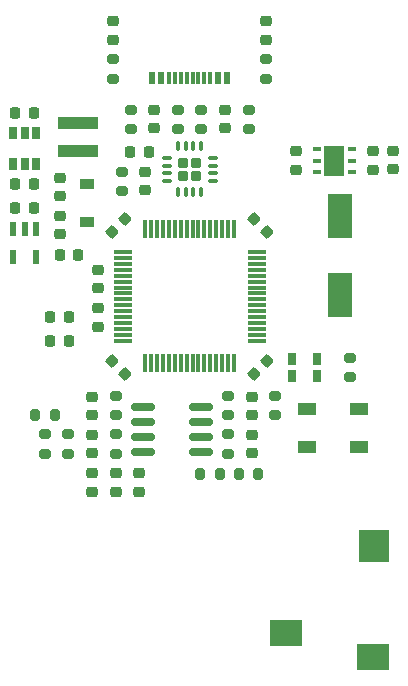
<source format=gtp>
G04 #@! TF.GenerationSoftware,KiCad,Pcbnew,(7.0.0-rc1-56-g82a1175d72)*
G04 #@! TF.CreationDate,2023-01-28T19:42:39+01:00*
G04 #@! TF.ProjectId,Signal Generator,5369676e-616c-4204-9765-6e657261746f,0*
G04 #@! TF.SameCoordinates,Original*
G04 #@! TF.FileFunction,Paste,Top*
G04 #@! TF.FilePolarity,Positive*
%FSLAX46Y46*%
G04 Gerber Fmt 4.6, Leading zero omitted, Abs format (unit mm)*
G04 Created by KiCad (PCBNEW (7.0.0-rc1-56-g82a1175d72)) date 2023-01-28 19:42:39*
%MOMM*%
%LPD*%
G01*
G04 APERTURE LIST*
G04 Aperture macros list*
%AMRoundRect*
0 Rectangle with rounded corners*
0 $1 Rounding radius*
0 $2 $3 $4 $5 $6 $7 $8 $9 X,Y pos of 4 corners*
0 Add a 4 corners polygon primitive as box body*
4,1,4,$2,$3,$4,$5,$6,$7,$8,$9,$2,$3,0*
0 Add four circle primitives for the rounded corners*
1,1,$1+$1,$2,$3*
1,1,$1+$1,$4,$5*
1,1,$1+$1,$6,$7*
1,1,$1+$1,$8,$9*
0 Add four rect primitives between the rounded corners*
20,1,$1+$1,$2,$3,$4,$5,0*
20,1,$1+$1,$4,$5,$6,$7,0*
20,1,$1+$1,$6,$7,$8,$9,0*
20,1,$1+$1,$8,$9,$2,$3,0*%
G04 Aperture macros list end*
%ADD10RoundRect,0.218750X-0.256250X0.218750X-0.256250X-0.218750X0.256250X-0.218750X0.256250X0.218750X0*%
%ADD11RoundRect,0.225000X-0.250000X0.225000X-0.250000X-0.225000X0.250000X-0.225000X0.250000X0.225000X0*%
%ADD12RoundRect,0.212500X0.212500X0.212500X-0.212500X0.212500X-0.212500X-0.212500X0.212500X-0.212500X0*%
%ADD13RoundRect,0.075000X0.350000X0.075000X-0.350000X0.075000X-0.350000X-0.075000X0.350000X-0.075000X0*%
%ADD14RoundRect,0.075000X0.075000X0.350000X-0.075000X0.350000X-0.075000X-0.350000X0.075000X-0.350000X0*%
%ADD15RoundRect,0.200000X-0.200000X-0.275000X0.200000X-0.275000X0.200000X0.275000X-0.200000X0.275000X0*%
%ADD16RoundRect,0.225000X-0.225000X-0.250000X0.225000X-0.250000X0.225000X0.250000X-0.225000X0.250000X0*%
%ADD17RoundRect,0.050000X0.250000X0.500000X-0.250000X0.500000X-0.250000X-0.500000X0.250000X-0.500000X0*%
%ADD18RoundRect,0.225000X0.250000X-0.225000X0.250000X0.225000X-0.250000X0.225000X-0.250000X-0.225000X0*%
%ADD19RoundRect,0.200000X-0.275000X0.200000X-0.275000X-0.200000X0.275000X-0.200000X0.275000X0.200000X0*%
%ADD20RoundRect,0.225000X0.225000X0.250000X-0.225000X0.250000X-0.225000X-0.250000X0.225000X-0.250000X0*%
%ADD21R,3.400000X0.980000*%
%ADD22R,0.600000X1.030000*%
%ADD23R,0.300000X1.030000*%
%ADD24RoundRect,0.200000X0.275000X-0.200000X0.275000X0.200000X-0.275000X0.200000X-0.275000X-0.200000X0*%
%ADD25R,2.050000X3.800000*%
%ADD26RoundRect,0.200000X0.200000X0.275000X-0.200000X0.275000X-0.200000X-0.275000X0.200000X-0.275000X0*%
%ADD27RoundRect,0.225000X0.017678X-0.335876X0.335876X-0.017678X-0.017678X0.335876X-0.335876X0.017678X0*%
%ADD28R,0.600000X1.200000*%
%ADD29R,1.220000X0.910000*%
%ADD30R,2.800000X2.200000*%
%ADD31R,2.600000X2.800000*%
%ADD32R,0.800000X0.400000*%
%ADD33R,1.750000X2.500000*%
%ADD34RoundRect,0.225000X-0.017678X0.335876X-0.335876X0.017678X0.017678X-0.335876X0.335876X-0.017678X0*%
%ADD35RoundRect,0.150000X0.825000X0.150000X-0.825000X0.150000X-0.825000X-0.150000X0.825000X-0.150000X0*%
%ADD36RoundRect,0.075000X-0.700000X-0.075000X0.700000X-0.075000X0.700000X0.075000X-0.700000X0.075000X0*%
%ADD37RoundRect,0.075000X-0.075000X-0.700000X0.075000X-0.700000X0.075000X0.700000X-0.075000X0.700000X0*%
%ADD38R,0.800000X1.000000*%
%ADD39R,1.600000X1.100000*%
%ADD40RoundRect,0.225000X0.335876X0.017678X0.017678X0.335876X-0.335876X-0.017678X-0.017678X-0.335876X0*%
G04 APERTURE END LIST*
D10*
X113500000Y-99712500D03*
X113500000Y-101287500D03*
D11*
X104000000Y-107225000D03*
X104000000Y-108775000D03*
D12*
X107525000Y-112775000D03*
X107525000Y-111725000D03*
X106475000Y-112775000D03*
X106475000Y-111725000D03*
D13*
X108950000Y-113225000D03*
X108950000Y-112575000D03*
X108950000Y-111925000D03*
X108950000Y-111275000D03*
D14*
X107975000Y-110300000D03*
X107325000Y-110300000D03*
X106675000Y-110300000D03*
X106025000Y-110300000D03*
D13*
X105050000Y-111275000D03*
X105050000Y-111925000D03*
X105050000Y-112575000D03*
X105050000Y-113225000D03*
D14*
X106025000Y-114200000D03*
X106675000Y-114200000D03*
X107325000Y-114200000D03*
X107975000Y-114200000D03*
D15*
X107925000Y-138000000D03*
X109575000Y-138000000D03*
D16*
X96000000Y-119475000D03*
X97550000Y-119475000D03*
D17*
X92075000Y-111775000D03*
X93025000Y-111775000D03*
X93975000Y-111775000D03*
X93975000Y-109175000D03*
X93025000Y-109175000D03*
X92075000Y-109175000D03*
D18*
X103250000Y-114025000D03*
X103250000Y-112475000D03*
D19*
X106000000Y-107175000D03*
X106000000Y-108825000D03*
D20*
X103525000Y-110750000D03*
X101975000Y-110750000D03*
D16*
X92250000Y-113500000D03*
X93800000Y-113500000D03*
D21*
X97524999Y-108289999D03*
X97524999Y-110659999D03*
D11*
X98750000Y-134725000D03*
X98750000Y-136275000D03*
D22*
X110199999Y-104514999D03*
X109399999Y-104514999D03*
D23*
X108249999Y-104514999D03*
X107249999Y-104514999D03*
X106749999Y-104514999D03*
X105749999Y-104514999D03*
D22*
X104599999Y-104514999D03*
X103799999Y-104514999D03*
X103799999Y-104514999D03*
X104599999Y-104514999D03*
D23*
X105249999Y-104514999D03*
X106249999Y-104514999D03*
X107749999Y-104514999D03*
X108749999Y-104514999D03*
D22*
X109399999Y-104514999D03*
X110199999Y-104514999D03*
D24*
X96750000Y-136325000D03*
X96750000Y-134675000D03*
D11*
X124250000Y-110700000D03*
X124250000Y-112250000D03*
D24*
X101250000Y-114075000D03*
X101250000Y-112425000D03*
D25*
X119749999Y-122849999D03*
X119749999Y-116149999D03*
D18*
X99250000Y-122300000D03*
X99250000Y-120750000D03*
D26*
X95575000Y-133000000D03*
X93925000Y-133000000D03*
D27*
X112451992Y-129548008D03*
X113548008Y-128451992D03*
D11*
X99250000Y-124000000D03*
X99250000Y-125550000D03*
D15*
X111175000Y-138000000D03*
X112825000Y-138000000D03*
D18*
X112250000Y-133025000D03*
X112250000Y-131475000D03*
D28*
X92074999Y-119624999D03*
X93974999Y-117324999D03*
X93024999Y-117324999D03*
X92074999Y-117324999D03*
X93974999Y-119624999D03*
D19*
X100750000Y-134675000D03*
X100750000Y-136325000D03*
D29*
X98274999Y-116734999D03*
X98274999Y-113464999D03*
D19*
X102000000Y-107175000D03*
X102000000Y-108825000D03*
X110250000Y-131425000D03*
X110250000Y-133075000D03*
X94750000Y-134675000D03*
X94750000Y-136325000D03*
D30*
X115137499Y-151499999D03*
X122537499Y-153499999D03*
D31*
X122637499Y-144099999D03*
D24*
X100500000Y-104575000D03*
X100500000Y-102925000D03*
D11*
X102750000Y-137975000D03*
X102750000Y-139525000D03*
D18*
X122500000Y-112275000D03*
X122500000Y-110725000D03*
D11*
X98750000Y-131475000D03*
X98750000Y-133025000D03*
D16*
X95225000Y-126750000D03*
X96775000Y-126750000D03*
D24*
X114250000Y-133075000D03*
X114250000Y-131425000D03*
D16*
X95225000Y-124750000D03*
X96775000Y-124750000D03*
D32*
X117749999Y-110549999D03*
X117749999Y-111499999D03*
X117749999Y-112449999D03*
X120749999Y-112449999D03*
X120749999Y-111499999D03*
X120749999Y-110549999D03*
D33*
X119249999Y-111499999D03*
D19*
X110250000Y-134675000D03*
X110250000Y-136325000D03*
D24*
X108000000Y-108825000D03*
X108000000Y-107175000D03*
D34*
X101548008Y-116451992D03*
X100451992Y-117548008D03*
D35*
X107975000Y-136155000D03*
X107975000Y-134885000D03*
X107975000Y-133615000D03*
X107975000Y-132345000D03*
X103025000Y-132345000D03*
X103025000Y-133615000D03*
X103025000Y-134885000D03*
X103025000Y-136155000D03*
D36*
X101325000Y-119250000D03*
X101325000Y-119750000D03*
X101325000Y-120250000D03*
X101325000Y-120750000D03*
X101325000Y-121250000D03*
X101325000Y-121750000D03*
X101325000Y-122250000D03*
X101325000Y-122750000D03*
X101325000Y-123250000D03*
X101325000Y-123750000D03*
X101325000Y-124250000D03*
X101325000Y-124750000D03*
X101325000Y-125250000D03*
X101325000Y-125750000D03*
X101325000Y-126250000D03*
X101325000Y-126750000D03*
D37*
X103250000Y-128675000D03*
X103750000Y-128675000D03*
X104250000Y-128675000D03*
X104750000Y-128675000D03*
X105250000Y-128675000D03*
X105750000Y-128675000D03*
X106250000Y-128675000D03*
X106750000Y-128675000D03*
X107250000Y-128675000D03*
X107750000Y-128675000D03*
X108250000Y-128675000D03*
X108750000Y-128675000D03*
X109250000Y-128675000D03*
X109750000Y-128675000D03*
X110250000Y-128675000D03*
X110750000Y-128675000D03*
D36*
X112675000Y-126750000D03*
X112675000Y-126250000D03*
X112675000Y-125750000D03*
X112675000Y-125250000D03*
X112675000Y-124750000D03*
X112675000Y-124250000D03*
X112675000Y-123750000D03*
X112675000Y-123250000D03*
X112675000Y-122750000D03*
X112675000Y-122250000D03*
X112675000Y-121750000D03*
X112675000Y-121250000D03*
X112675000Y-120750000D03*
X112675000Y-120250000D03*
X112675000Y-119750000D03*
X112675000Y-119250000D03*
D37*
X110750000Y-117325000D03*
X110250000Y-117325000D03*
X109750000Y-117325000D03*
X109250000Y-117325000D03*
X108750000Y-117325000D03*
X108250000Y-117325000D03*
X107750000Y-117325000D03*
X107250000Y-117325000D03*
X106750000Y-117325000D03*
X106250000Y-117325000D03*
X105750000Y-117325000D03*
X105250000Y-117325000D03*
X104750000Y-117325000D03*
X104250000Y-117325000D03*
X103750000Y-117325000D03*
X103250000Y-117325000D03*
D16*
X92250000Y-115475000D03*
X93800000Y-115475000D03*
D20*
X93800000Y-107475000D03*
X92250000Y-107475000D03*
D24*
X112000000Y-108825000D03*
X112000000Y-107175000D03*
D10*
X100500000Y-99712500D03*
X100500000Y-101287500D03*
D11*
X110000000Y-107225000D03*
X110000000Y-108775000D03*
X98750000Y-137975000D03*
X98750000Y-139525000D03*
X96025000Y-112975000D03*
X96025000Y-114525000D03*
D19*
X113500000Y-102925000D03*
X113500000Y-104575000D03*
D11*
X116000000Y-110725000D03*
X116000000Y-112275000D03*
D38*
X117799999Y-128299999D03*
X115699999Y-128299999D03*
X115699999Y-129699999D03*
X117799999Y-129699999D03*
D11*
X100750000Y-137975000D03*
X100750000Y-139525000D03*
D39*
X116949999Y-132549999D03*
X116949999Y-135749999D03*
X121349999Y-135749999D03*
X121349999Y-132549999D03*
D18*
X96025000Y-117750000D03*
X96025000Y-116200000D03*
D24*
X100750000Y-133075000D03*
X100750000Y-131425000D03*
D40*
X113548008Y-117548008D03*
X112451992Y-116451992D03*
D19*
X120600000Y-128175000D03*
X120600000Y-129825000D03*
D40*
X101548008Y-129548008D03*
X100451992Y-128451992D03*
D11*
X112250000Y-134725000D03*
X112250000Y-136275000D03*
M02*

</source>
